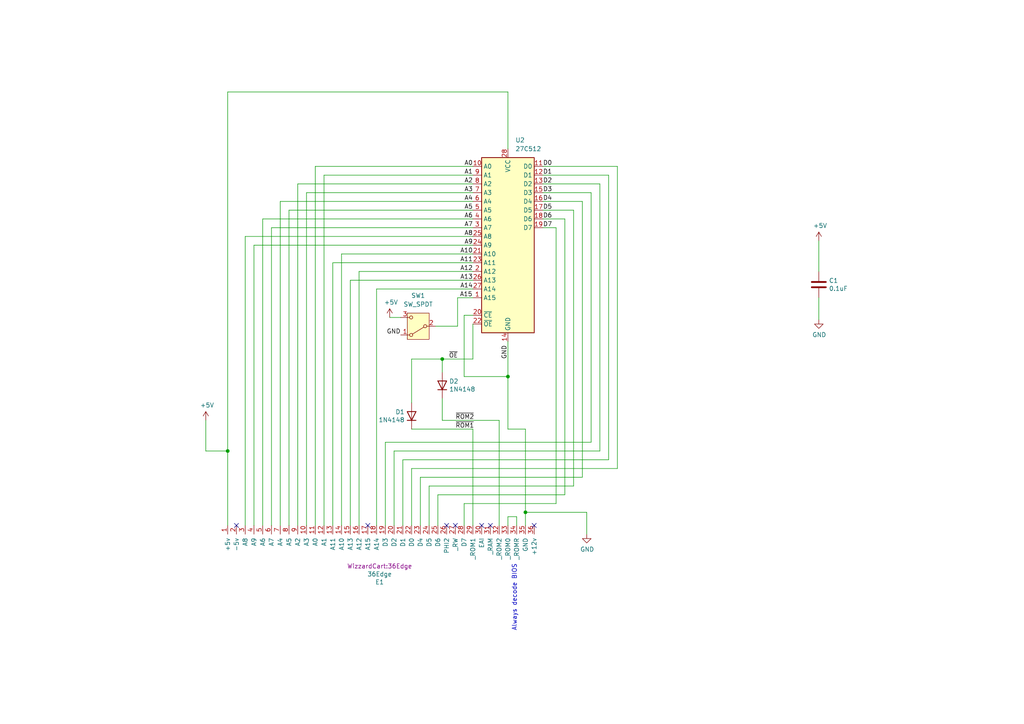
<source format=kicad_sch>
(kicad_sch (version 20250114) (generator "eeschema") (generator_version "9.0")
  (paper "A4")
  (lib_symbols
    (symbol "Device:C" (pin_numbers (hide yes)) (pin_names (offset 0.254))
      (property "Reference" "C" (at 0.635 2.54 0))
      (property "Value" "C" (at 0.635 -2.54 0))
      (symbol "C_0_1"
        (polyline (pts (xy -2.032 0.762) (xy 2.032 0.762)) (stroke (width 0.508)))
        (polyline (pts (xy -2.032 -0.762) (xy 2.032 -0.762)) (stroke (width 0.508)))
      )
      (symbol "C_1_1"
        (pin passive line (at 0 3.81 270) (length 2.794) (name "~") (number "1"))
        (pin passive line (at 0 -3.81 90) (length 2.794) (name "~") (number "2"))
      )
    )
    (symbol "Diode:1N4148" (pin_numbers (hide yes)) (pin_names (offset 1.016) (hide yes))
      (property "Reference" "D" (at 0 2.54 0))
      (property "Value" "1N4148" (at 0 -2.54 0))
      (symbol "1N4148_0_1"
        (polyline (pts (xy -1.27 1.27) (xy -1.27 -1.27)) (stroke (width 0.254)))
        (polyline (pts (xy 1.27 1.27) (xy 1.27 -1.27) (xy -1.27 0) (xy 1.27 1.27)) (stroke (width 0.254)))
        (polyline (pts (xy 1.27 0) (xy -1.27 0)))
      )
      (symbol "1N4148_1_1"
        (pin passive line (at -3.81 0 0) (length 2.54) (name "K") (number "1"))
        (pin passive line (at 3.81 0 180) (length 2.54) (name "A") (number "2"))
      )
    )
    (symbol "Memory_EPROM:27C512"
      (property "Reference" "U" (at -7.62 26.67 0))
      (property "Value" "27C512" (at 2.54 -26.67 0))
      (symbol "27C512_1_1"
        (rectangle (start -7.62 25.4) (end 7.62 -25.4) (stroke (width 0.254)) (fill (type background)))
        (pin input line (at -10.16 22.86 0) (length 2.54) (name "A0") (number "10"))
        (pin input line (at -10.16 20.32 0) (length 2.54) (name "A1") (number "9"))
        (pin input line (at -10.16 17.78 0) (length 2.54) (name "A2") (number "8"))
        (pin input line (at -10.16 15.24 0) (length 2.54) (name "A3") (number "7"))
        (pin input line (at -10.16 12.7 0) (length 2.54) (name "A4") (number "6"))
        (pin input line (at -10.16 10.16 0) (length 2.54) (name "A5") (number "5"))
        (pin input line (at -10.16 7.62 0) (length 2.54) (name "A6") (number "4"))
        (pin input line (at -10.16 5.08 0) (length 2.54) (name "A7") (number "3"))
        (pin input line (at -10.16 2.54 0) (length 2.54) (name "A8") (number "25"))
        (pin input line (at -10.16 0 0) (length 2.54) (name "A9") (number "24"))
        (pin input line (at -10.16 -2.54 0) (length 2.54) (name "A10") (number "21"))
        (pin input line (at -10.16 -5.08 0) (length 2.54) (name "A11") (number "23"))
        (pin input line (at -10.16 -7.62 0) (length 2.54) (name "A12") (number "2"))
        (pin input line (at -10.16 -10.16 0) (length 2.54) (name "A13") (number "26"))
        (pin input line (at -10.16 -12.7 0) (length 2.54) (name "A14") (number "27"))
        (pin input line (at -10.16 -15.24 0) (length 2.54) (name "A15") (number "1"))
        (pin input line (at -10.16 -20.32 0) (length 2.54) (name "~{CE}") (number "20"))
        (pin input line (at -10.16 -22.86 0) (length 2.54) (name "~{OE}") (number "22"))
        (pin power_in line (at 0 27.94 270) (length 2.54) (name "VCC") (number "28"))
        (pin power_in line (at 0 -27.94 90) (length 2.54) (name "GND") (number "14"))
        (pin tri_state line (at 10.16 22.86 180) (length 2.54) (name "D0") (number "11"))
        (pin tri_state line (at 10.16 20.32 180) (length 2.54) (name "D1") (number "12"))
        (pin tri_state line (at 10.16 17.78 180) (length 2.54) (name "D2") (number "13"))
        (pin tri_state line (at 10.16 15.24 180) (length 2.54) (name "D3") (number "15"))
        (pin tri_state line (at 10.16 12.7 180) (length 2.54) (name "D4") (number "16"))
        (pin tri_state line (at 10.16 10.16 180) (length 2.54) (name "D5") (number "17"))
        (pin tri_state line (at 10.16 7.62 180) (length 2.54) (name "D6") (number "18"))
        (pin tri_state line (at 10.16 5.08 180) (length 2.54) (name "D7") (number "19"))
      )
    )
    (symbol "Switch:SW_SPDT" (pin_names (offset 0) (hide yes))
      (property "Reference" "SW" (at 0 5.08 0))
      (property "Value" "SW_SPDT" (at 0 -5.08 0))
      (symbol "SW_SPDT_0_1"
        (circle (center -2.032 0) (radius 0.4572))
        (polyline (pts (xy -1.651 0.254) (xy 1.651 2.286)))
        (circle (center 2.032 2.54) (radius 0.4572))
        (circle (center 2.032 -2.54) (radius 0.4572))
      )
      (symbol "SW_SPDT_1_1"
        (rectangle (start -3.175 3.81) (end 3.175 -3.81) (fill (type background)))
        (pin passive line (at -5.08 0 0) (length 2.54) (name "B") (number "2"))
        (pin passive line (at 5.08 2.54 180) (length 2.54) (name "A") (number "1"))
        (pin passive line (at 5.08 -2.54 180) (length 2.54) (name "C") (number "3"))
      )
    )
    (symbol "WizzardCart-rescue:36Edge-EdgeConnector" (pin_names (offset 1.016))
      (property "Reference" "E" (at 0 0 0))
      (property "Value" "36Edge-EdgeConnector" (at 0 0 0))
      (property "Footprint" "WizzardCart:36Edge" (at 0 0 0))
      (symbol "36Edge-EdgeConnector_1_1"
        (pin power_in line (at -45.72 -11.43 90) (length 2.54) (name "+5v") (number "1"))
        (pin power_in line (at -43.18 -11.43 90) (length 2.54) (name "-5v") (number "2"))
        (pin bidirectional line (at -40.64 -11.43 90) (length 2.54) (name "A8") (number "3"))
        (pin bidirectional line (at -38.1 -11.43 90) (length 2.54) (name "A9") (number "4"))
        (pin bidirectional line (at -35.56 -11.43 90) (length 2.54) (name "A6") (number "5"))
        (pin bidirectional line (at -33.02 -11.43 90) (length 2.54) (name "A7") (number "6"))
        (pin bidirectional line (at -30.48 -11.43 90) (length 2.54) (name "A4") (number "7"))
        (pin bidirectional line (at -27.94 -11.43 90) (length 2.54) (name "A5") (number "8"))
        (pin bidirectional line (at -25.4 -11.43 90) (length 2.54) (name "A2") (number "9"))
        (pin bidirectional line (at -22.86 -11.43 90) (length 2.54) (name "A3") (number "10"))
        (pin bidirectional line (at -20.32 -11.43 90) (length 2.54) (name "A0") (number "11"))
        (pin bidirectional line (at -17.78 -11.43 90) (length 2.54) (name "A1") (number "12"))
        (pin bidirectional line (at -15.24 -11.43 90) (length 2.54) (name "A11") (number "13"))
        (pin bidirectional line (at -12.7 -11.43 90) (length 2.54) (name "A10") (number "14"))
        (pin bidirectional line (at -10.16 -11.43 90) (length 2.54) (name "A13") (number "15"))
        (pin bidirectional line (at -7.62 -11.43 90) (length 2.54) (name "A12") (number "16"))
        (pin bidirectional line (at -5.08 -11.43 90) (length 2.54) (name "A15") (number "17"))
        (pin bidirectional line (at -2.54 -11.43 90) (length 2.54) (name "A14") (number "18"))
        (pin bidirectional line (at 0 -11.43 90) (length 2.54) (name "D3") (number "19"))
        (pin bidirectional line (at 2.54 -11.43 90) (length 2.54) (name "D2") (number "20"))
        (pin bidirectional line (at 5.08 -11.43 90) (length 2.54) (name "D1") (number "21"))
        (pin bidirectional line (at 7.62 -11.43 90) (length 2.54) (name "D0") (number "22"))
        (pin bidirectional line (at 10.16 -11.43 90) (length 2.54) (name "D4") (number "23"))
        (pin bidirectional line (at 12.7 -11.43 90) (length 2.54) (name "D5") (number "24"))
        (pin bidirectional line (at 15.24 -11.43 90) (length 2.54) (name "D6") (number "25"))
        (pin bidirectional line (at 17.78 -11.43 90) (length 2.54) (name "PHI2") (number "26"))
        (pin bidirectional line (at 20.32 -11.43 90) (length 2.54) (name "_RW") (number "27"))
        (pin bidirectional line (at 22.86 -11.43 90) (length 2.54) (name "D7") (number "28"))
        (pin bidirectional line (at 25.4 -11.43 90) (length 2.54) (name "_ROM1") (number "29"))
        (pin bidirectional line (at 27.94 -11.43 90) (length 2.54) (name "EAI") (number "30"))
        (pin bidirectional line (at 30.48 -11.43 90) (length 2.54) (name "_RAM") (number "31"))
        (pin bidirectional line (at 33.02 -11.43 90) (length 2.54) (name "_ROM2") (number "32"))
        (pin bidirectional line (at 35.56 -11.43 90) (length 2.54) (name "_ROM0") (number "33"))
        (pin bidirectional line (at 38.1 -11.43 90) (length 2.54) (name "_ROMR") (number "34"))
        (pin power_in line (at 40.64 -11.43 90) (length 2.54) (name "GND") (number "35"))
        (pin power_in line (at 43.18 -11.43 90) (length 2.54) (name "+12v") (number "36"))
      )
    )
    (symbol "power:+5V" (power) (pin_names (offset 0))
      (property "Value" "+5V" (at 0 3.556 0))
      (symbol "+5V_0_1"
        (polyline (pts (xy -0.762 1.27) (xy 0 2.54)))
        (polyline (pts (xy 0 2.54) (xy 0.762 1.27)))
        (polyline (pts (xy 0 0) (xy 0 2.54)))
      )
      (symbol "+5V_1_1"
        (pin power_in line (at 0 0 90) (length 0) (hide yes) (name "+5V") (number "1"))
      )
    )
    (symbol "power:GND" (power) (pin_names (offset 0))
      (property "Value" "GND" (at 0 -3.81 0))
      (symbol "GND_0_1"
        (polyline (pts (xy 0 0) (xy 0 -1.27) (xy 1.27 -1.27) (xy 0 -2.54) (xy -1.27 -1.27) (xy 0 -1.27)))
      )
      (symbol "GND_1_1"
        (pin power_in line (at 0 0 270) (length 0) (hide yes) (name "GND") (number "1"))
      )
    )
  )
  (text "Always decode BIOS" (at 149.225 173.355 90) (effects (font (size 1.27 1.27))))
  (junction (at 66.04 130.81))
  (junction (at 128.27 104.14))
  (junction (at 152.4 148.59))
  (junction (at 147.32 109.22))
  (no_connect (at 132.08 152.4))
  (no_connect (at 129.54 152.4))
  (no_connect (at 106.68 152.4))
  (no_connect (at 142.24 152.4))
  (no_connect (at 154.94 152.4))
  (no_connect (at 68.58 152.4))
  (no_connect (at 139.7 152.4))
  (wire (pts (xy 104.14 78.74) (xy 137.16 78.74)))
  (wire (pts (xy 101.6 81.28) (xy 101.6 152.4)))
  (wire (pts (xy 176.53 133.35) (xy 176.53 50.8)))
  (wire (pts (xy 111.76 152.4) (xy 111.76 128.27)))
  (wire (pts (xy 119.38 152.4) (xy 119.38 135.89)))
  (wire (pts (xy 163.83 63.5) (xy 157.48 63.5)))
  (wire (pts (xy 81.28 152.4) (xy 81.28 58.42)))
  (wire (pts (xy 179.07 135.89) (xy 179.07 48.26)))
  (wire (pts (xy 147.32 124.46) (xy 147.32 109.22)))
  (wire (pts (xy 81.28 58.42) (xy 137.16 58.42)))
  (wire (pts (xy 121.92 152.4) (xy 121.92 138.43)))
  (wire (pts (xy 83.82 152.4) (xy 83.82 60.96)))
  (wire (pts (xy 101.6 81.28) (xy 137.16 81.28)))
  (wire (pts (xy 71.12 68.58) (xy 137.16 68.58)))
  (wire (pts (xy 179.07 48.26) (xy 157.48 48.26)))
  (wire (pts (xy 91.44 48.26) (xy 137.16 48.26)))
  (wire (pts (xy 237.49 92.71) (xy 237.49 86.36)))
  (wire (pts (xy 171.45 128.27) (xy 171.45 55.88)))
  (wire (pts (xy 137.16 152.4) (xy 137.16 124.46)))
  (wire (pts (xy 99.06 73.66) (xy 137.16 73.66)))
  (wire (pts (xy 59.69 130.81) (xy 66.04 130.81)))
  (wire (pts (xy 168.91 58.42) (xy 157.48 58.42)))
  (wire (pts (xy 170.18 148.59) (xy 152.4 148.59)))
  (wire (pts (xy 168.91 138.43) (xy 168.91 58.42)))
  (wire (pts (xy 116.84 133.35) (xy 176.53 133.35)))
  (wire (pts (xy 119.38 104.14) (xy 119.38 116.84)))
  (wire (pts (xy 137.16 91.44) (xy 134.62 91.44)))
  (wire (pts (xy 91.44 152.4) (xy 91.44 48.26)))
  (wire (pts (xy 147.32 152.4) (xy 147.32 149.86)))
  (wire (pts (xy 78.74 66.04) (xy 137.16 66.04)))
  (wire (pts (xy 134.62 91.44) (xy 134.62 109.22)))
  (wire (pts (xy 134.62 146.05) (xy 134.62 152.4)))
  (wire (pts (xy 86.36 152.4) (xy 86.36 53.34)))
  (wire (pts (xy 71.12 152.4) (xy 71.12 68.58)))
  (wire (pts (xy 152.4 148.59) (xy 152.4 124.46)))
  (wire (pts (xy 114.3 130.81) (xy 173.99 130.81)))
  (wire (pts (xy 132.715 86.36) (xy 137.16 86.36)))
  (wire (pts (xy 121.92 138.43) (xy 168.91 138.43)))
  (wire (pts (xy 166.37 60.96) (xy 157.48 60.96)))
  (wire (pts (xy 137.16 93.98) (xy 137.16 104.14)))
  (wire (pts (xy 96.52 152.4) (xy 96.52 76.2)))
  (wire (pts (xy 114.3 152.4) (xy 114.3 130.81)))
  (wire (pts (xy 161.29 66.04) (xy 161.29 146.05)))
  (wire (pts (xy 93.98 152.4) (xy 93.98 50.8)))
  (wire (pts (xy 73.66 152.4) (xy 73.66 71.12)))
  (wire (pts (xy 88.9 152.4) (xy 88.9 55.88)))
  (wire (pts (xy 170.18 154.94) (xy 170.18 148.59)))
  (wire (pts (xy 66.04 152.4) (xy 66.04 130.81)))
  (wire (pts (xy 76.2 63.5) (xy 137.16 63.5)))
  (wire (pts (xy 127 152.4) (xy 127 143.51)))
  (wire (pts (xy 163.83 143.51) (xy 163.83 63.5)))
  (wire (pts (xy 124.46 140.97) (xy 166.37 140.97)))
  (wire (pts (xy 128.27 104.14) (xy 137.16 104.14)))
  (wire (pts (xy 144.78 121.92) (xy 128.27 121.92)))
  (wire (pts (xy 116.84 152.4) (xy 116.84 133.35)))
  (wire (pts (xy 78.74 152.4) (xy 78.74 66.04)))
  (wire (pts (xy 111.76 128.27) (xy 171.45 128.27)))
  (wire (pts (xy 237.49 69.85) (xy 237.49 78.74)))
  (wire (pts (xy 96.52 76.2) (xy 137.16 76.2)))
  (wire (pts (xy 126.365 94.615) (xy 132.715 94.615)))
  (wire (pts (xy 166.37 140.97) (xy 166.37 60.96)))
  (wire (pts (xy 176.53 50.8) (xy 157.48 50.8)))
  (wire (pts (xy 119.38 104.14) (xy 128.27 104.14)))
  (wire (pts (xy 76.2 152.4) (xy 76.2 63.5)))
  (wire (pts (xy 173.99 53.34) (xy 157.48 53.34)))
  (wire (pts (xy 152.4 152.4) (xy 152.4 148.59)))
  (wire (pts (xy 147.32 149.86) (xy 149.86 149.86)))
  (wire (pts (xy 127 143.51) (xy 163.83 143.51)))
  (wire (pts (xy 109.22 152.4) (xy 109.22 83.82)))
  (wire (pts (xy 66.04 130.81) (xy 66.04 26.67)))
  (wire (pts (xy 73.66 71.12) (xy 137.16 71.12)))
  (wire (pts (xy 132.715 94.615) (xy 132.715 86.36)))
  (wire (pts (xy 86.36 53.34) (xy 137.16 53.34)))
  (wire (pts (xy 137.16 124.46) (xy 119.38 124.46)))
  (wire (pts (xy 161.29 146.05) (xy 134.62 146.05)))
  (wire (pts (xy 83.82 60.96) (xy 137.16 60.96)))
  (wire (pts (xy 157.48 66.04) (xy 161.29 66.04)))
  (wire (pts (xy 173.99 130.81) (xy 173.99 53.34)))
  (wire (pts (xy 93.98 50.8) (xy 137.16 50.8)))
  (wire (pts (xy 134.62 109.22) (xy 147.32 109.22)))
  (wire (pts (xy 147.32 26.67) (xy 147.32 43.18)))
  (wire (pts (xy 99.06 152.4) (xy 99.06 73.66)))
  (wire (pts (xy 171.45 55.88) (xy 157.48 55.88)))
  (wire (pts (xy 128.27 121.92) (xy 128.27 115.57)))
  (wire (pts (xy 149.86 149.86) (xy 149.86 152.4)))
  (wire (pts (xy 128.27 107.95) (xy 128.27 104.14)))
  (wire (pts (xy 88.9 55.88) (xy 137.16 55.88)))
  (wire (pts (xy 104.14 152.4) (xy 104.14 78.74)))
  (wire (pts (xy 113.03 92.075) (xy 116.205 92.075)))
  (wire (pts (xy 144.78 152.4) (xy 144.78 121.92)))
  (wire (pts (xy 66.04 26.67) (xy 147.32 26.67)))
  (wire (pts (xy 147.32 99.06) (xy 147.32 109.22)))
  (wire (pts (xy 119.38 135.89) (xy 179.07 135.89)))
  (wire (pts (xy 152.4 124.46) (xy 147.32 124.46)))
  (wire (pts (xy 109.22 83.82) (xy 137.16 83.82)))
  (wire (pts (xy 124.46 152.4) (xy 124.46 140.97)))
  (wire (pts (xy 59.69 121.92) (xy 59.69 130.81)))
  (label "A15" (at 133.35 86.36 0))
  (label "D2" (at 157.48 53.34 0))
  (label "A2" (at 137.16 53.34 180))
  (label "A4" (at 137.16 58.42 180))
  (label "D3" (at 157.48 55.88 0))
  (label "A6" (at 137.16 63.5 180))
  (label "A7" (at 137.16 66.04 180))
  (label "A9" (at 137.16 71.12 180))
  (label "~{ROM2}" (at 132.08 121.92 0))
  (label "A8" (at 137.16 68.58 180))
  (label "GND" (at 116.205 97.155 180))
  (label "A1" (at 137.16 50.8 180))
  (label "A0" (at 137.16 48.26 180))
  (label "A14" (at 137.16 83.82 180))
  (label "GND" (at 147.32 104.14 90))
  (label "D4" (at 157.48 58.42 0))
  (label "~{OE}" (at 130.175 104.14 0))
  (label "D5" (at 157.48 60.96 0))
  (label "A5" (at 137.16 60.96 180))
  (label "A3" (at 137.16 55.88 180))
  (label "D1" (at 157.48 50.8 0))
  (label "A13" (at 137.16 81.28 180))
  (label "A12" (at 137.16 78.74 180))
  (label "D7" (at 157.48 66.04 0))
  (label "~{ROM1}" (at 132.08 124.46 0))
  (label "A11" (at 137.16 76.2 180))
  (label "D6" (at 157.48 63.5 0))
  (label "D0" (at 157.48 48.26 0))
  (label "A10" (at 137.16 73.66 180))
  (symbol (lib_id "WizzardCart-rescue:36Edge-EdgeConnector") (at 111.76 163.83 0) (mirror x) (unit 1)
    (property "Reference" "E1" (at 110.109 168.8338 0))
    (property "Value" "36Edge" (at 110.109 166.5224 0))
    (property "Footprint" "WizzardCart:36Edge" (at 110.109 164.211 0))
  )
  (symbol (lib_id "Diode:1N4148") (at 119.38 120.65 270) (mirror x) (unit 1)
    (property "Reference" "D1" (at 117.3734 119.4816 90) (effects (justify right)))
    (property "Value" "1N4148" (at 117.3734 121.793 90) (effects (justify right)))
    (property "Footprint" "Diode_THT:D_DO-35_SOD27_P7.62mm_Horizontal" (effects (hide yes)))
    (property "Datasheet" "https://assets.nexperia.com/documents/data-sheet/1N4148_1N4448.pdf" (effects (hide yes)))
  )
  (symbol (lib_id "Diode:1N4148") (at 128.27 111.76 90) (unit 1)
    (property "Reference" "D2" (at 130.2766 110.5916 90) (effects (justify right)))
    (property "Value" "1N4148" (at 130.2766 112.903 90) (effects (justify right)))
    (property "Footprint" "Diode_THT:D_DO-35_SOD27_P7.62mm_Horizontal" (effects (hide yes)))
    (property "Datasheet" "https://assets.nexperia.com/documents/data-sheet/1N4148_1N4448.pdf" (effects (hide yes)))
  )
  (symbol (lib_id "Device:C") (at 237.49 82.55 0) (unit 1)
    (property "Reference" "C1" (at 240.411 81.3816 0) (effects (justify left)))
    (property "Value" "0.1uF" (at 240.411 83.693 0) (effects (justify left)))
    (property "Footprint" "Capacitor_THT:C_Disc_D8.0mm_W2.5mm_P5.00mm" (effects (hide yes)))
  )
  (symbol (lib_id "power:+5V") (at 59.69 121.92 0) (unit 1)
    (property "Reference" "#PWR0101" (effects (hide yes)))
    (property "Value" "+5V" (at 60.071 117.5258 0))
  )
  (symbol (lib_id "power:GND") (at 170.18 154.94 0) (unit 1)
    (property "Reference" "#PWR0102" (effects (hide yes)))
    (property "Value" "GND" (at 170.307 159.3342 0))
  )
  (symbol (lib_id "power:GND") (at 237.49 92.71 0) (unit 1)
    (property "Reference" "#PWR0103" (effects (hide yes)))
    (property "Value" "GND" (at 237.617 97.1042 0))
  )
  (symbol (lib_id "power:+5V") (at 237.49 69.85 0) (unit 1)
    (property "Reference" "#PWR0104" (effects (hide yes)))
    (property "Value" "+5V" (at 237.871 65.4558 0))
  )
  (symbol (lib_id "Switch:SW_SPDT") (at 121.285 94.615 180) (unit 1)
    (property "Reference" "SW1" (at 121.285 85.725 0))
    (property "Value" "SW_SPDT" (at 121.285 88.265 0))
    (property "Footprint" "Connector_PinHeader_2.54mm:PinHeader_1x03_P2.54mm_Vertical" (effects (hide yes)))
    (property "Description" "Switch, single pole double throw" (effects (hide yes)))
  )
  (symbol (lib_id "power:+5V") (at 113.03 92.075 0) (unit 1)
    (property "Reference" "#PWR01" (effects (hide yes)))
    (property "Value" "+5V" (at 113.411 87.6808 0))
  )
  (symbol (lib_id "Memory_EPROM:27C512") (at 147.32 71.12 0) (unit 1)
    (property "Reference" "U2" (at 149.4633 40.64 0) (effects (justify left)))
    (property "Value" "27C512" (at 149.4633 43.18 0) (effects (justify left)))
    (property "Footprint" "Package_DIP:DIP-28_W15.24mm" (effects (hide yes)))
    (property "Datasheet" "http://ww1.microchip.com/downloads/en/DeviceDoc/doc0015.pdf" (effects (hide yes)))
    (property "Description" "OTP EPROM 512 KiBit" (effects (hide yes)))
  )
)
</source>
